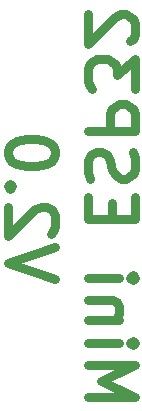
<source format=gbr>
%TF.GenerationSoftware,KiCad,Pcbnew,(5.1.7-0-10_14)*%
%TF.CreationDate,2020-11-01T22:18:58+09:00*%
%TF.ProjectId,esp32-dev,65737033-322d-4646-9576-2e6b69636164,rev?*%
%TF.SameCoordinates,Original*%
%TF.FileFunction,Legend,Bot*%
%TF.FilePolarity,Positive*%
%FSLAX46Y46*%
G04 Gerber Fmt 4.6, Leading zero omitted, Abs format (unit mm)*
G04 Created by KiCad (PCBNEW (5.1.7-0-10_14)) date 2020-11-01 22:18:58*
%MOMM*%
%LPD*%
G01*
G04 APERTURE LIST*
%ADD10C,0.750000*%
G04 APERTURE END LIST*
D10*
X134965476Y-107095238D02*
X138965476Y-107095238D01*
X136108333Y-105761904D01*
X138965476Y-104428571D01*
X134965476Y-104428571D01*
X134965476Y-102523809D02*
X137632142Y-102523809D01*
X138965476Y-102523809D02*
X138775000Y-102714285D01*
X138584523Y-102523809D01*
X138775000Y-102333333D01*
X138965476Y-102523809D01*
X138584523Y-102523809D01*
X137632142Y-100619047D02*
X134965476Y-100619047D01*
X137251190Y-100619047D02*
X137441666Y-100428571D01*
X137632142Y-100047619D01*
X137632142Y-99476190D01*
X137441666Y-99095238D01*
X137060714Y-98904761D01*
X134965476Y-98904761D01*
X134965476Y-97000000D02*
X137632142Y-97000000D01*
X138965476Y-97000000D02*
X138775000Y-97190476D01*
X138584523Y-97000000D01*
X138775000Y-96809523D01*
X138965476Y-97000000D01*
X138584523Y-97000000D01*
X137060714Y-92047619D02*
X137060714Y-90714285D01*
X134965476Y-90142857D02*
X134965476Y-92047619D01*
X138965476Y-92047619D01*
X138965476Y-90142857D01*
X135155952Y-88619047D02*
X134965476Y-88047619D01*
X134965476Y-87095238D01*
X135155952Y-86714285D01*
X135346428Y-86523809D01*
X135727380Y-86333333D01*
X136108333Y-86333333D01*
X136489285Y-86523809D01*
X136679761Y-86714285D01*
X136870238Y-87095238D01*
X137060714Y-87857142D01*
X137251190Y-88238095D01*
X137441666Y-88428571D01*
X137822619Y-88619047D01*
X138203571Y-88619047D01*
X138584523Y-88428571D01*
X138775000Y-88238095D01*
X138965476Y-87857142D01*
X138965476Y-86904761D01*
X138775000Y-86333333D01*
X134965476Y-84619047D02*
X138965476Y-84619047D01*
X138965476Y-83095238D01*
X138775000Y-82714285D01*
X138584523Y-82523809D01*
X138203571Y-82333333D01*
X137632142Y-82333333D01*
X137251190Y-82523809D01*
X137060714Y-82714285D01*
X136870238Y-83095238D01*
X136870238Y-84619047D01*
X138965476Y-81000000D02*
X138965476Y-78523809D01*
X137441666Y-79857142D01*
X137441666Y-79285714D01*
X137251190Y-78904761D01*
X137060714Y-78714285D01*
X136679761Y-78523809D01*
X135727380Y-78523809D01*
X135346428Y-78714285D01*
X135155952Y-78904761D01*
X134965476Y-79285714D01*
X134965476Y-80428571D01*
X135155952Y-80809523D01*
X135346428Y-81000000D01*
X138584523Y-77000000D02*
X138775000Y-76809523D01*
X138965476Y-76428571D01*
X138965476Y-75476190D01*
X138775000Y-75095238D01*
X138584523Y-74904761D01*
X138203571Y-74714285D01*
X137822619Y-74714285D01*
X137251190Y-74904761D01*
X134965476Y-77190476D01*
X134965476Y-74714285D01*
X132215476Y-97095238D02*
X128215476Y-95761904D01*
X132215476Y-94428571D01*
X131834523Y-93285714D02*
X132025000Y-93095238D01*
X132215476Y-92714285D01*
X132215476Y-91761904D01*
X132025000Y-91380952D01*
X131834523Y-91190476D01*
X131453571Y-91000000D01*
X131072619Y-91000000D01*
X130501190Y-91190476D01*
X128215476Y-93476190D01*
X128215476Y-91000000D01*
X128596428Y-89285714D02*
X128405952Y-89095238D01*
X128215476Y-89285714D01*
X128405952Y-89476190D01*
X128596428Y-89285714D01*
X128215476Y-89285714D01*
X132215476Y-86619047D02*
X132215476Y-86238095D01*
X132025000Y-85857142D01*
X131834523Y-85666666D01*
X131453571Y-85476190D01*
X130691666Y-85285714D01*
X129739285Y-85285714D01*
X128977380Y-85476190D01*
X128596428Y-85666666D01*
X128405952Y-85857142D01*
X128215476Y-86238095D01*
X128215476Y-86619047D01*
X128405952Y-87000000D01*
X128596428Y-87190476D01*
X128977380Y-87380952D01*
X129739285Y-87571428D01*
X130691666Y-87571428D01*
X131453571Y-87380952D01*
X131834523Y-87190476D01*
X132025000Y-87000000D01*
X132215476Y-86619047D01*
M02*

</source>
